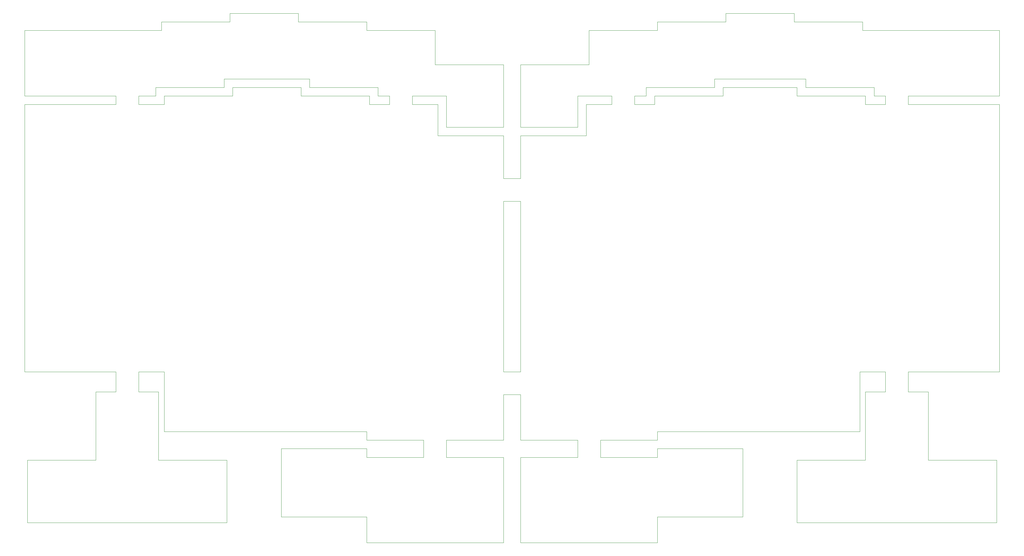
<source format=gm1>
G04 #@! TF.GenerationSoftware,KiCad,Pcbnew,(5.1.10-1-10_14)*
G04 #@! TF.CreationDate,2021-10-20T16:09:14+11:00*
G04 #@! TF.ProjectId,pcb,7063622e-6b69-4636-9164-5f7063625858,rev?*
G04 #@! TF.SameCoordinates,Original*
G04 #@! TF.FileFunction,Profile,NP*
%FSLAX46Y46*%
G04 Gerber Fmt 4.6, Leading zero omitted, Abs format (unit mm)*
G04 Created by KiCad (PCBNEW (5.1.10-1-10_14)) date 2021-10-20 16:09:14*
%MOMM*%
%LPD*%
G01*
G04 APERTURE LIST*
G04 #@! TA.AperFunction,Profile*
%ADD10C,0.100000*%
G04 #@! TD*
G04 APERTURE END LIST*
D10*
X22225000Y-91281250D02*
X27781250Y-91281250D01*
X88900000Y-8731250D02*
X92075000Y-8731250D01*
X88900000Y-8731250D02*
X88900000Y-6350000D01*
X98425000Y-11112500D02*
X98425000Y-8731250D01*
X92075000Y-11112500D02*
X92075000Y-8731250D01*
X230187500Y-85725000D02*
X223043750Y-85725000D01*
X230187500Y-91281250D02*
X224631250Y-91281250D01*
X10318750Y-91281250D02*
X15875000Y-91281250D01*
X205581250Y-110331250D02*
X224631250Y-110331250D01*
X205581250Y-127793750D02*
X205581250Y-110331250D01*
X261143750Y-127793750D02*
X205581250Y-127793750D01*
X261143750Y-110331250D02*
X261143750Y-127793750D01*
X242093750Y-110331250D02*
X261143750Y-110331250D01*
X242093750Y-91281250D02*
X242093750Y-110331250D01*
X236537500Y-91281250D02*
X242093750Y-91281250D01*
X224631250Y-92075000D02*
X224631250Y-91281250D01*
X224631250Y-110331250D02*
X224631250Y-92075000D01*
X236537500Y-85725000D02*
X261937500Y-85725000D01*
X223043750Y-102393750D02*
X223043750Y-85725000D01*
X22225000Y-85725000D02*
X29368750Y-85725000D01*
X10318750Y-110331250D02*
X10318750Y-91281250D01*
X-8731250Y-110331250D02*
X10318750Y-110331250D01*
X-8731250Y-110331250D02*
X-8731250Y-127793750D01*
X46831250Y-127793750D02*
X-8731250Y-127793750D01*
X46831250Y-110331250D02*
X46831250Y-127793750D01*
X27781250Y-110331250D02*
X46831250Y-110331250D01*
X27781250Y-91281250D02*
X27781250Y-110331250D01*
X22225000Y-91281250D02*
X22225000Y-85725000D01*
X15875000Y-91281250D02*
X15875000Y-85725000D01*
X29368750Y-102393750D02*
X42862500Y-102393750D01*
X29368750Y-85725000D02*
X29368750Y-102393750D01*
X-9525000Y-85725000D02*
X15875000Y-85725000D01*
X230187500Y-91281250D02*
X230187500Y-85725000D01*
X236537500Y-91281250D02*
X236537500Y-85725000D01*
X128587500Y-109537500D02*
X144462500Y-109537500D01*
X128587500Y-133350000D02*
X128587500Y-109537500D01*
X166687500Y-133350000D02*
X128587500Y-133350000D01*
X166687500Y-126206250D02*
X166687500Y-133350000D01*
X190500000Y-126206250D02*
X166687500Y-126206250D01*
X190500000Y-107156250D02*
X190500000Y-126206250D01*
X166687500Y-107156250D02*
X190500000Y-107156250D01*
X166687500Y-109537500D02*
X166687500Y-107156250D01*
X150812500Y-109537500D02*
X166687500Y-109537500D01*
X150812500Y-104775000D02*
X166687500Y-104775000D01*
X150812500Y-109537500D02*
X150812500Y-104775000D01*
X144462500Y-109537500D02*
X144462500Y-104775000D01*
X85725000Y-109537500D02*
X101600000Y-109537500D01*
X85725000Y-107156250D02*
X85725000Y-109537500D01*
X61912500Y-107156250D02*
X85725000Y-107156250D01*
X61912500Y-126206250D02*
X61912500Y-107156250D01*
X85725000Y-126206250D02*
X61912500Y-126206250D01*
X85725000Y-133350000D02*
X85725000Y-126206250D01*
X123825000Y-133350000D02*
X85725000Y-133350000D01*
X123825000Y-109537500D02*
X123825000Y-133350000D01*
X107950000Y-109537500D02*
X123825000Y-109537500D01*
X85725000Y-104775000D02*
X101600000Y-104775000D01*
X101600000Y-109537500D02*
X101600000Y-104775000D01*
X107950000Y-109537500D02*
X107950000Y-104775000D01*
X128587500Y-17462500D02*
X128587500Y0D01*
X230187500Y-8731250D02*
X227012500Y-8731250D01*
X224631250Y-11112500D02*
X230187500Y-11112500D01*
X236537500Y-11112500D02*
X236537500Y-8731250D01*
X230187500Y-11112500D02*
X230187500Y-8731250D01*
X223837500Y9525000D02*
X261937500Y9525000D01*
X223837500Y11906250D02*
X223837500Y9525000D01*
X204787500Y11906250D02*
X223837500Y11906250D01*
X204787500Y14287500D02*
X204787500Y11906250D01*
X185737500Y11906250D02*
X185737500Y14287500D01*
X166687500Y11906250D02*
X185737500Y11906250D01*
X166687500Y9525000D02*
X166687500Y11906250D01*
X261937500Y-8731250D02*
X261937500Y9525000D01*
X236537500Y-8731250D02*
X261937500Y-8731250D01*
X227012500Y-6350000D02*
X227012500Y-8731250D01*
X224631250Y-6350000D02*
X227012500Y-6350000D01*
X236537500Y-11112500D02*
X261937500Y-11112500D01*
X224631250Y-8731250D02*
X224631250Y-11112500D01*
X207962500Y-6350000D02*
X224631250Y-6350000D01*
X207962500Y-3968750D02*
X207962500Y-6350000D01*
X203993750Y-3968750D02*
X207962500Y-3968750D01*
X205581250Y-8731250D02*
X224631250Y-8731250D01*
X205581250Y-6350000D02*
X205581250Y-8731250D01*
X203993750Y-6350000D02*
X205581250Y-6350000D01*
X182562500Y-3968750D02*
X203993750Y-3968750D01*
X182562500Y-6350000D02*
X182562500Y-3968750D01*
X184943750Y-6350000D02*
X203993750Y-6350000D01*
X184943750Y-8731250D02*
X184943750Y-6350000D01*
X163512500Y-6350000D02*
X182562500Y-6350000D01*
X163512500Y-8731250D02*
X163512500Y-6350000D01*
X160337500Y-8731250D02*
X163512500Y-8731250D01*
X165893750Y-8731250D02*
X184943750Y-8731250D01*
X165893750Y-11112500D02*
X165893750Y-8731250D01*
X160337500Y-11112500D02*
X165893750Y-11112500D01*
X160337500Y-11112500D02*
X160337500Y-8731250D01*
X153987500Y-11112500D02*
X153987500Y-8731250D01*
X146843750Y-11112500D02*
X153987500Y-11112500D01*
X146843750Y-19843750D02*
X146843750Y-11112500D01*
X128587500Y-19843750D02*
X146843750Y-19843750D01*
X144462500Y-8731250D02*
X153987500Y-8731250D01*
X144462500Y-17462500D02*
X144462500Y-8731250D01*
X128587500Y-17462500D02*
X144462500Y-17462500D01*
X98425000Y-8731250D02*
X107950000Y-8731250D01*
X107950000Y-17462500D02*
X107950000Y-8731250D01*
X26987500Y-6350000D02*
X26987500Y-8731250D01*
X105568750Y-19843750D02*
X105568750Y-11112500D01*
X123825000Y-17462500D02*
X123825000Y0D01*
X28575000Y9525000D02*
X-9525000Y9525000D01*
X28575000Y11906250D02*
X28575000Y9525000D01*
X47625000Y11906250D02*
X28575000Y11906250D01*
X47625000Y14287500D02*
X47625000Y11906250D01*
X66675000Y11906250D02*
X66675000Y14287500D01*
X85725000Y11906250D02*
X66675000Y11906250D01*
X85725000Y9525000D02*
X85725000Y11906250D01*
X104775000Y9525000D02*
X85725000Y9525000D01*
X128587500Y-19843750D02*
X128587500Y-31750000D01*
X123825000Y-31750000D02*
X123825000Y-19843750D01*
X123825000Y-92075000D02*
X128587500Y-92075000D01*
X-9525000Y-85725000D02*
X-9525000Y-11112500D01*
X123825000Y-17462500D02*
X107950000Y-17462500D01*
X105568750Y-19843750D02*
X123825000Y-19843750D01*
X98425000Y-11112500D02*
X105568750Y-11112500D01*
X26987500Y-8731250D02*
X22225000Y-8731250D01*
X46037500Y-6350000D02*
X26987500Y-6350000D01*
X46037500Y-3968750D02*
X46037500Y-6350000D01*
X69850000Y-3968750D02*
X46037500Y-3968750D01*
X69850000Y-6350000D02*
X69850000Y-3968750D01*
X88900000Y-6350000D02*
X69850000Y-6350000D01*
X86518750Y-11112500D02*
X92075000Y-11112500D01*
X86518750Y-8731250D02*
X86518750Y-11112500D01*
X67468750Y-8731250D02*
X86518750Y-8731250D01*
X67468750Y-6350000D02*
X67468750Y-8731250D01*
X48418750Y-6350000D02*
X67468750Y-6350000D01*
X48418750Y-8731250D02*
X48418750Y-6350000D01*
X29368750Y-8731250D02*
X48418750Y-8731250D01*
X29368750Y-11112500D02*
X29368750Y-8731250D01*
X22225000Y-11112500D02*
X29368750Y-11112500D01*
X-9525000Y-8731250D02*
X-9525000Y9525000D01*
X15875000Y-11112500D02*
X-9525000Y-11112500D01*
X15875000Y-8731250D02*
X-9525000Y-8731250D01*
X22225000Y-11112500D02*
X22225000Y-8731250D01*
X15875000Y-11112500D02*
X15875000Y-8731250D01*
X85725000Y-102393750D02*
X42862500Y-102393750D01*
X85725000Y-104775000D02*
X85725000Y-102393750D01*
X128587500Y-38100000D02*
X128587500Y-85725000D01*
X123825000Y-85725000D02*
X123825000Y-38100000D01*
X123825000Y-104775000D02*
X123825000Y-92075000D01*
X128587500Y-104775000D02*
X128587500Y-92075000D01*
X123825000Y-85725000D02*
X128587500Y-85725000D01*
X123825000Y-38100000D02*
X128587500Y-38100000D01*
X144462500Y-104775000D02*
X128587500Y-104775000D01*
X166687500Y-102393750D02*
X166687500Y-104775000D01*
X223043750Y-102393750D02*
X166687500Y-102393750D01*
X261937500Y-11112500D02*
X261937500Y-85725000D01*
X185737500Y14287500D02*
X204787500Y14287500D01*
X147637500Y9525000D02*
X147637500Y0D01*
X147637500Y9525000D02*
X166687500Y9525000D01*
X128587500Y0D02*
X147637500Y0D01*
X123825000Y-31750000D02*
X128587500Y-31750000D01*
X104775000Y0D02*
X123825000Y0D01*
X104775000Y9525000D02*
X104775000Y0D01*
X47625000Y14287500D02*
X66675000Y14287500D01*
X123825000Y-104775000D02*
X107950000Y-104775000D01*
M02*

</source>
